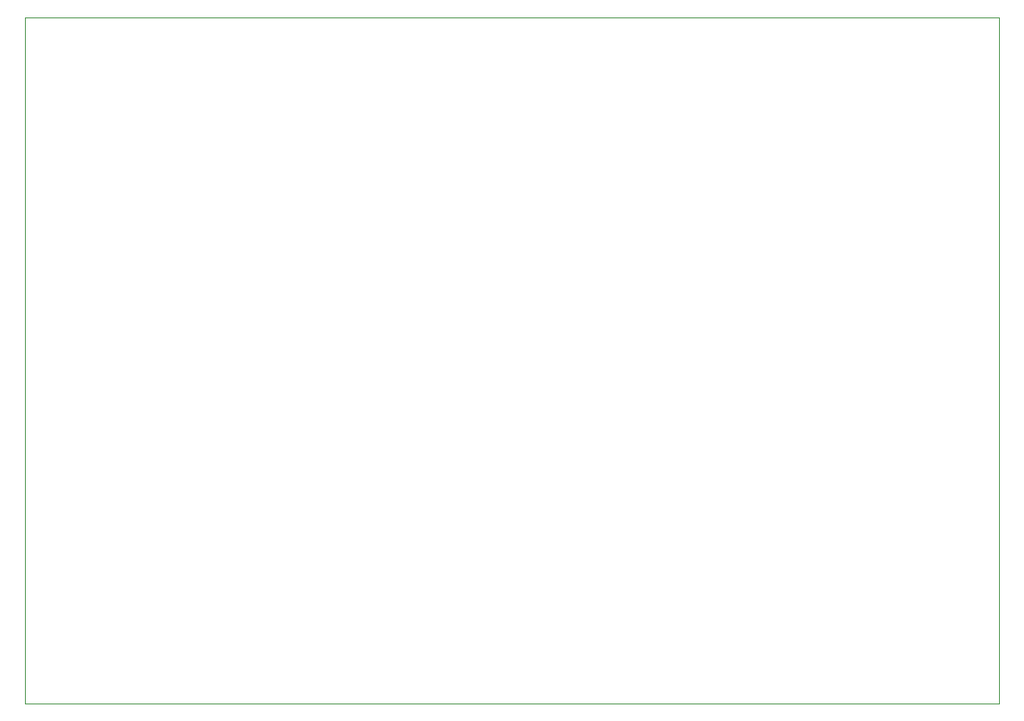
<source format=gbr>
%TF.GenerationSoftware,KiCad,Pcbnew,(7.0.0)*%
%TF.CreationDate,2023-02-28T22:08:47+13:00*%
%TF.ProjectId,pico_expansion_board,7069636f-5f65-4787-9061-6e73696f6e5f,rev?*%
%TF.SameCoordinates,Original*%
%TF.FileFunction,Profile,NP*%
%FSLAX46Y46*%
G04 Gerber Fmt 4.6, Leading zero omitted, Abs format (unit mm)*
G04 Created by KiCad (PCBNEW (7.0.0)) date 2023-02-28 22:08:47*
%MOMM*%
%LPD*%
G01*
G04 APERTURE LIST*
%TA.AperFunction,Profile*%
%ADD10C,0.100000*%
%TD*%
G04 APERTURE END LIST*
D10*
X50292000Y-58166000D02*
X149352000Y-58166000D01*
X149352000Y-58166000D02*
X149352000Y-128016000D01*
X149352000Y-128016000D02*
X50292000Y-128016000D01*
X50292000Y-128016000D02*
X50292000Y-58166000D01*
M02*

</source>
